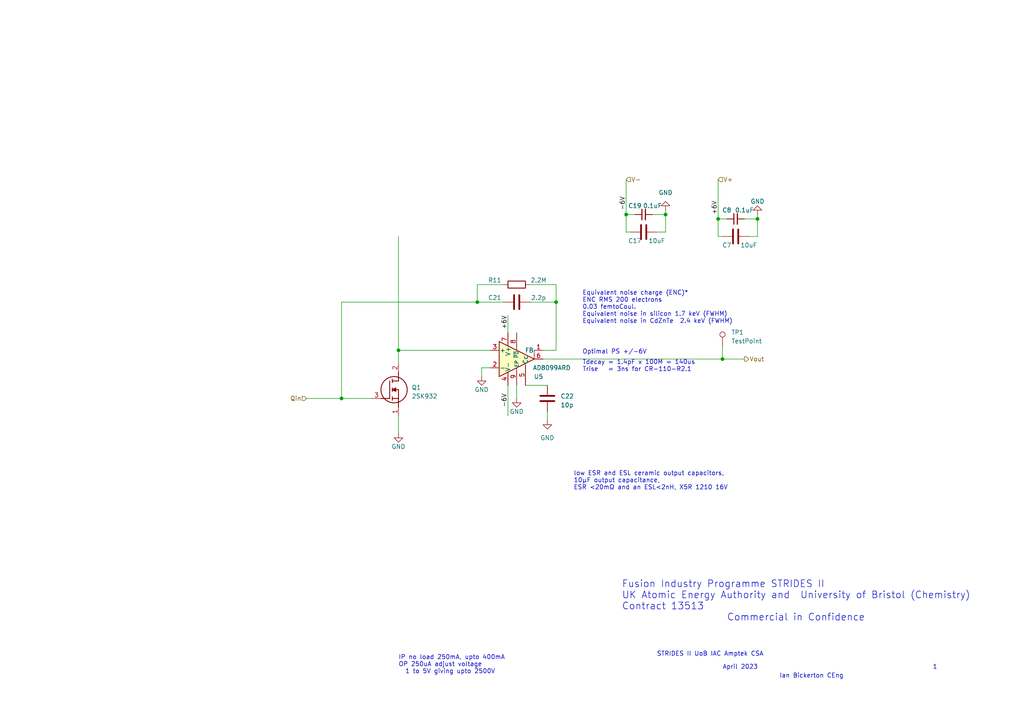
<source format=kicad_sch>
(kicad_sch (version 20230121) (generator eeschema)
  (paper "A4")
  (lib_symbols
    (symbol "2SK932:2SK932" (pin_names hide)
      (property "Reference" "Q" (at 11.43 3.81 0))
      (property "Value" "2SK932" (at 11.43 1.27 0))
      (symbol "2SK932_1_1"
        (polyline (pts (xy 2.54 0) (xy 5.08 0)) (stroke (width 0.254)))
        (polyline (pts (xy 5.08 5.08) (xy 5.08 0)) (stroke (width 0.254)))
        (polyline (pts (xy 5.842 -0.508) (xy 5.842 0.508)) (stroke (width 0.254)))
        (polyline (pts (xy 5.842 0) (xy 7.62 0)) (stroke (width 0.254)))
        (polyline (pts (xy 5.842 2.032) (xy 5.842 3.048)) (stroke (width 0.254)))
        (polyline (pts (xy 5.842 5.588) (xy 5.842 4.572)) (stroke (width 0.254)))
        (polyline (pts (xy 7.62 2.54) (xy 5.842 2.54)) (stroke (width 0.254)))
        (polyline (pts (xy 7.62 2.54) (xy 7.62 -2.54)) (stroke (width 0.254)))
        (polyline (pts (xy 7.62 5.08) (xy 5.842 5.08)) (stroke (width 0.254)))
        (polyline (pts (xy 7.62 5.08) (xy 7.62 7.62)) (stroke (width 0.254)))
        (polyline (pts (xy 5.842 2.54) (xy 6.858 3.048) (xy 6.858 2.032) (xy 5.842 2.54)) (stroke (width 0.254)) (fill (type outline)))
        (circle (center 6.35 2.54) (radius 3.81) (stroke (width 0.254)))
        (pin passive line (at 7.62 -5.08 90) (length 2.54) (name "S") (number "1"))
        (pin passive line (at 7.62 10.16 270) (length 2.54) (name "D") (number "2"))
        (pin passive line (at 0 0 0) (length 2.54) (name "G") (number "3"))
      )
    )
    (symbol "AD8099:AD8099ARD" (pin_names (offset 0.127))
      (property "Reference" "U" (at 1.27 8.89 0))
      (property "Value" "AD8099ARD" (at 1.27 6.35 0))
      (symbol "AD8099ARD_0_0"
        (pin passive line (at 0 -7.62 90) (length 5.08) (name "EP") (number "9"))
      )
      (symbol "AD8099ARD_0_1"
        (polyline (pts (xy 5.08 0) (xy 5.08 2.54)) (stroke (width 0.1524)))
        (polyline (pts (xy -5.08 5.08) (xy 5.08 0) (xy -5.08 -5.08) (xy -5.08 5.08)) (stroke (width 0.254)) (fill (type background)))
      )
      (symbol "AD8099ARD_1_0"
        (pin power_in line (at -2.54 7.62 270) (length 3.81) (name "V+") (number "7"))
        (pin input line (at 0 7.62 270) (length 5.08) (name "~{PD}") (number "8"))
      )
      (symbol "AD8099ARD_1_1"
        (pin output line (at 7.62 2.54 180) (length 2.54) (name "FB") (number "1"))
        (pin input line (at -7.62 -2.54 0) (length 2.54) (name "-") (number "2"))
        (pin input line (at -7.62 2.54 0) (length 2.54) (name "+") (number "3"))
        (pin power_in line (at -2.54 -7.62 90) (length 3.81) (name "V-") (number "4"))
        (pin bidirectional line (at 2.54 -7.62 90) (length 6) (name "Cc") (number "5"))
        (pin output line (at 7.62 0 180) (length 2.54) (name "~") (number "6"))
      )
    )
    (symbol "Connector:TestPoint" (pin_numbers hide) (pin_names (offset 0.762) hide)
      (property "Reference" "TP" (at 0 6.858 0))
      (property "Value" "TestPoint" (at 0 5.08 0))
      (symbol "TestPoint_0_1"
        (circle (center 0 3.302) (radius 0.762))
      )
      (symbol "TestPoint_1_1"
        (pin passive line (at 0 0 90) (length 2.54) (name "1") (number "1"))
      )
    )
    (symbol "Device:C" (pin_numbers hide) (pin_names (offset 0.254))
      (property "Reference" "C" (at 0.635 2.54 0))
      (property "Value" "C" (at 0.635 -2.54 0))
      (symbol "C_0_1"
        (polyline (pts (xy -2.032 -0.762) (xy 2.032 -0.762)) (stroke (width 0.508)))
        (polyline (pts (xy -2.032 0.762) (xy 2.032 0.762)) (stroke (width 0.508)))
      )
      (symbol "C_1_1"
        (pin passive line (at 0 3.81 270) (length 2.794) (name "~") (number "1"))
        (pin passive line (at 0 -3.81 90) (length 2.794) (name "~") (number "2"))
      )
    )
    (symbol "Device:C_Small" (pin_numbers hide) (pin_names (offset 0.254) hide)
      (property "Reference" "C" (at 0.254 1.778 0))
      (property "Value" "C_Small" (at 0.254 -2.032 0))
      (symbol "C_Small_0_1"
        (polyline (pts (xy -1.524 -0.508) (xy 1.524 -0.508)) (stroke (width 0.3302)))
        (polyline (pts (xy -1.524 0.508) (xy 1.524 0.508)) (stroke (width 0.3048)))
      )
      (symbol "C_Small_1_1"
        (pin passive line (at 0 2.54 270) (length 2.032) (name "~") (number "1"))
        (pin passive line (at 0 -2.54 90) (length 2.032) (name "~") (number "2"))
      )
    )
    (symbol "Device:R" (pin_numbers hide) (pin_names (offset 0))
      (property "Reference" "R" (at 2.032 0 90))
      (property "Value" "R" (at 0 0 90))
      (symbol "R_0_1"
        (rectangle (start -1.016 -2.54) (end 1.016 2.54) (stroke (width 0.254)))
      )
      (symbol "R_1_1"
        (pin passive line (at 0 3.81 270) (length 1.27) (name "~") (number "1"))
        (pin passive line (at 0 -3.81 90) (length 1.27) (name "~") (number "2"))
      )
    )
    (symbol "power:GND" (power) (pin_names (offset 0))
      (property "Value" "GND" (at 0 -3.81 0))
      (symbol "GND_0_1"
        (polyline (pts (xy 0 0) (xy 0 -1.27) (xy 1.27 -1.27) (xy 0 -2.54) (xy -1.27 -1.27) (xy 0 -1.27)))
      )
      (symbol "GND_1_1"
        (pin power_in line (at 0 0 270) (length 0) hide (name "GND") (number "1"))
      )
    )
  )
  (junction (at 181.61 62.23))
  (junction (at 193.04 62.23))
  (junction (at 209.55 104.14))
  (junction (at 219.71 63.5))
  (junction (at 138.43 87.63))
  (junction (at 208.28 63.5))
  (junction (at 161.29 87.63))
  (junction (at 115.57 101.6))
  (junction (at 99.06 115.57))
  (wire (pts (xy 161.29 82.55) (xy 161.29 87.63)))
  (wire (pts (xy 146.05 82.55) (xy 138.43 82.55)))
  (wire (pts (xy 190.5 67.31) (xy 193.04 67.31)))
  (wire (pts (xy 149.86 111.76) (xy 149.86 115.57)))
  (wire (pts (xy 139.7 106.68) (xy 139.7 109.22)))
  (wire (pts (xy 115.57 68.58) (xy 115.57 101.6)))
  (wire (pts (xy 99.06 115.57) (xy 107.95 115.57)))
  (wire (pts (xy 184.15 62.23) (xy 181.61 62.23)))
  (wire (pts (xy 115.57 105.41) (xy 115.57 101.6)))
  (wire (pts (xy 181.61 67.31) (xy 182.88 67.31)))
  (wire (pts (xy 88.9 115.57) (xy 99.06 115.57)))
  (wire (pts (xy 181.61 52.07) (xy 181.61 62.23)))
  (wire (pts (xy 142.24 106.68) (xy 139.7 106.68)))
  (wire (pts (xy 209.55 68.58) (xy 208.28 68.58)))
  (wire (pts (xy 99.06 87.63) (xy 138.43 87.63)))
  (wire (pts (xy 193.04 62.23) (xy 193.04 60.96)))
  (wire (pts (xy 138.43 87.63) (xy 146.05 87.63)))
  (wire (pts (xy 152.4 111.76) (xy 158.75 111.76)))
  (wire (pts (xy 219.71 63.5) (xy 219.71 62.23)))
  (wire (pts (xy 115.57 120.65) (xy 115.57 125.73)))
  (wire (pts (xy 217.17 68.58) (xy 219.71 68.58)))
  (wire (pts (xy 157.48 104.14) (xy 209.55 104.14)))
  (wire (pts (xy 209.55 104.14) (xy 215.9 104.14)))
  (wire (pts (xy 147.32 91.44) (xy 147.32 96.52)))
  (wire (pts (xy 189.23 62.23) (xy 193.04 62.23)))
  (wire (pts (xy 181.61 67.31) (xy 181.61 62.23)))
  (wire (pts (xy 147.32 111.76) (xy 147.32 120.65)))
  (wire (pts (xy 208.28 63.5) (xy 210.82 63.5)))
  (wire (pts (xy 115.57 101.6) (xy 142.24 101.6)))
  (wire (pts (xy 99.06 115.57) (xy 99.06 87.63)))
  (wire (pts (xy 219.71 68.58) (xy 219.71 63.5)))
  (wire (pts (xy 161.29 101.6) (xy 161.29 87.63)))
  (wire (pts (xy 209.55 100.33) (xy 209.55 104.14)))
  (wire (pts (xy 208.28 63.5) (xy 208.28 68.58)))
  (wire (pts (xy 193.04 67.31) (xy 193.04 62.23)))
  (wire (pts (xy 215.9 63.5) (xy 219.71 63.5)))
  (wire (pts (xy 153.67 87.63) (xy 161.29 87.63)))
  (wire (pts (xy 153.67 82.55) (xy 161.29 82.55)))
  (wire (pts (xy 157.48 101.6) (xy 161.29 101.6)))
  (wire (pts (xy 208.28 52.07) (xy 208.28 63.5)))
  (wire (pts (xy 138.43 82.55) (xy 138.43 87.63)))
  (wire (pts (xy 158.75 119.38) (xy 158.75 121.92)))
  (text "low ESR and ESL ceramic output capacitors,\n10µF output capacitance, \nESR <20mΩ and an ESL<2nH, X5R 1210 16V " (at 166.37 142.24 0) (effects (font (size 1.27 1.27)) (justify left bottom)))
  (text "IP no load 250mA, upto 400mA\nOP 250uA adjust voltage \n  1 to 5V giving upto 2500V  " (at 115.57 195.58 0) (effects (font (size 1.27 1.27)) (justify left bottom)))
  (text "STRIDES II UoB IAC Amptek CSA" (at 190.5 190.5 0) (effects (font (size 1.27 1.27)) (justify left bottom)))
  (text "Ian Bickerton CEng" (at 226.06 196.85 0) (effects (font (size 1.27 1.27)) (justify left bottom)))
  (text "Fusion Industry Programme STRIDES II\nUK Atomic Energy Authority and  University of Bristol (Chemistry)\nContract 13513\n                    Commercial in Confidence " (at 180.34 180.34 0) (effects (font (size 2 2)) (justify left bottom)))
  (text "1" (at 270.51 194.31 0) (effects (font (size 1.27 1.27)) (justify left bottom)))
  (text "Equivalent noise charge (ENC)* \nENC RMS 200 electrons\n0.03 femtoCoul.\nEquivalent noise in silicon 1.7 keV (FWHM)\nEquivalent noise in CdZnTe  2.4 keV (FWHM)" (at 168.91 93.98 0) (effects (font (size 1.27 1.27)) (justify left bottom)))
  (text "Tdecay = 1.4pF x 100M = 140us\nTrise   = 3ns for CR-110-R2.1" (at 168.91 107.95 0) (effects (font (size 1.27 1.27)) (justify left bottom)))
  (text "April 2023" (at 209.55 194.31 0) (effects (font (size 1.27 1.27)) (justify left bottom)))
  (text "Optimal PS +/-6V" (at 168.91 102.87 0) (effects (font (size 1.27 1.27)) (justify left bottom)))
  (label "-6V" (at 181.61 60.96 90))
  (label "+6V" (at 147.32 91.44 270))
  (label "+6V" (at 208.28 62.23 90))
  (label "-6V" (at 147.32 118.11 90))
  (hierarchical_label "Qin" (shape input) (at 88.9 115.57 180))
  (hierarchical_label "Vout" (shape output) (at 215.9 104.14 0))
  (hierarchical_label "V+" (shape input) (at 208.28 52.07 0))
  (hierarchical_label "V-" (shape input) (at 181.61 52.07 0))
  (symbol (lib_id "power:GND") (at 139.7 109.22 0) (unit 1)
    (property "Reference" "#PWR010" (effects hide))
    (property "Value" "GND" (at 139.7 113.03 0))
  )
  (symbol (lib_id "power:GND") (at 193.04 60.96 0) (mirror x) (unit 1)
    (property "Reference" "#PWR08" (effects hide))
    (property "Value" "GND" (at 193.04 55.88 0))
  )
  (symbol (lib_id "AD8099:AD8099ARD") (at 149.86 104.14 0) (unit 1)
    (property "Reference" "U5" (at 156.21 109.22 0))
    (property "Value" "AD8099ARD" (at 160.02 106.68 0))
    (property "Footprint" "AD8099:RD_8_1_ADI" (effects hide))
    (property "Datasheet" "https://www.analog.com/media/en/technical-documentation/data-sheets/AD8099.pdf" (effects hide))
    (property "Sim.Library" "AD8099\\ad8099.cir" (effects hide))
    (property "Sim.Name" "AD8099" (effects hide))
    (property "Sim.Device" "SUBCKT" (effects hide))
    (property "Sim.Pins" "1=105 2=101 3=100 4=103 5=107 6=104 7=102 8=106" (effects hide))
  )
  (symbol (lib_id "2SK932:2SK932") (at 107.95 115.57 0) (unit 1)
    (property "Reference" "Q1" (at 119.38 112.395 0) (effects (justify left)))
    (property "Value" "2SK932" (at 119.38 114.935 0) (effects (justify left)))
    (property "Footprint" "Package_TO_SOT_SMD:SOT-23" (effects hide))
    (property "Datasheet" "https://www.onsemi.com/download/data-sheet/pdf/2sk932-d.pdf" (effects hide))
    (property "Height" "1.35" (effects hide))
    (property "Manufacturer_Name" "onsemi" (effects hide))
    (property "Manufacturer_Part_Number" "2SK932" (effects hide))
    (property "Sim.Library" "2SK932\\2SK932-23 MODEL_REV0.TXT" (effects hide))
    (property "Sim.Name" "2SK932CP23" (effects hide))
    (property "Sim.Device" "SUBCKT" (effects hide))
    (property "Sim.Pins" "1=1 2=2 3=3" (effects hide))
  )
  (symbol (lib_id "Device:R") (at 149.86 82.55 90) (unit 1)
    (property "Reference" "R11" (at 143.51 81.28 90))
    (property "Value" "2.2M" (at 156.21 81.28 90))
    (property "Footprint" "Resistor_SMD:R_0603_1608Metric_Pad0.98x0.95mm_HandSolder" (effects hide))
  )
  (symbol (lib_id "Device:C") (at 186.69 67.31 90) (mirror x) (unit 1)
    (property "Reference" "C17" (at 184.15 69.85 90))
    (property "Value" "10uF" (at 190.5 69.85 90))
    (property "Footprint" "Capacitor_SMD:C_0805_2012Metric" (effects hide))
  )
  (symbol (lib_id "power:GND") (at 115.57 125.73 0) (mirror y) (unit 1)
    (property "Reference" "#PWR02" (effects hide))
    (property "Value" "GND" (at 115.57 129.54 0))
  )
  (symbol (lib_id "Connector:TestPoint") (at 209.55 100.33 0) (unit 1)
    (property "Reference" "TP1" (at 212.09 96.393 0) (effects (justify left)))
    (property "Value" "TestPoint" (at 212.09 98.933 0) (effects (justify left)))
    (property "Footprint" "TestPoint:TestPoint_Pad_2.0x2.0mm" (effects hide))
  )
  (symbol (lib_id "Device:C") (at 149.86 87.63 90) (unit 1)
    (property "Reference" "C21" (at 143.51 86.36 90))
    (property "Value" "2.2p" (at 156.21 86.36 90))
    (property "Footprint" "Resistor_SMD:R_0603_1608Metric_Pad0.98x0.95mm_HandSolder" (effects hide))
  )
  (symbol (lib_id "Device:C_Small") (at 186.69 62.23 90) (mirror x) (unit 1)
    (property "Reference" "C19" (at 184.15 59.69 90))
    (property "Value" "0.1uF" (at 189.23 59.69 90))
    (property "Footprint" "Capacitor_SMD:C_0805_2012Metric" (effects hide))
  )
  (symbol (lib_id "Device:C") (at 158.75 115.57 0) (unit 1)
    (property "Reference" "C22" (at 162.56 114.935 0) (effects (justify left)))
    (property "Value" "10p" (at 162.56 117.475 0) (effects (justify left)))
  )
  (symbol (lib_id "power:GND") (at 149.86 115.57 0) (unit 1)
    (property "Reference" "#PWR010" (effects hide))
    (property "Value" "GND" (at 149.86 119.38 0))
  )
  (symbol (lib_id "power:GND") (at 219.71 62.23 0) (mirror x) (unit 1)
    (property "Reference" "#PWR02" (effects hide))
    (property "Value" "GND" (at 219.71 58.42 0))
  )
  (symbol (lib_id "Device:C_Small") (at 213.36 63.5 90) (mirror x) (unit 1)
    (property "Reference" "C8" (at 210.82 60.96 90))
    (property "Value" "0.1uF" (at 215.9 60.96 90))
    (property "Footprint" "Capacitor_SMD:C_0805_2012Metric" (effects hide))
  )
  (symbol (lib_id "Device:C") (at 213.36 68.58 90) (mirror x) (unit 1)
    (property "Reference" "C7" (at 210.82 71.12 90))
    (property "Value" "10uF" (at 217.17 71.12 90))
    (property "Footprint" "Capacitor_SMD:C_0805_2012Metric" (effects hide))
  )
  (symbol (lib_id "power:GND") (at 158.75 121.92 0) (unit 1)
    (property "Reference" "#PWR011" (effects hide))
    (property "Value" "GND" (at 158.75 127 0))
  )
)
</source>
